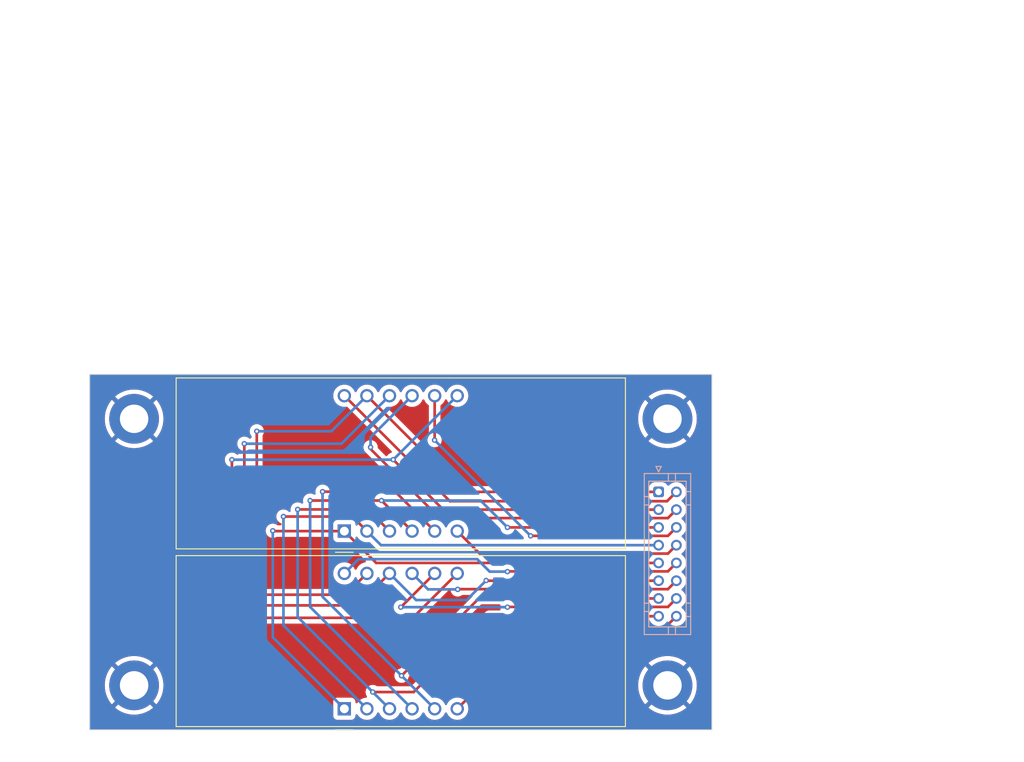
<source format=kicad_pcb>
(kicad_pcb (version 20221018) (generator pcbnew)
  (title_block (title "Dashboard Number Indicators") (date "2024-01-17") (rev "1") (company "Scott CJX"))
  (layers (0 "F.Cu" signal) (31 "B.Cu" signal) (34 "B.Paste" user) (35 "F.Paste" user) (36 "B.SilkS" user "B.Silkscreen") (37 "F.SilkS" user "F.Silkscreen") (38 "B.Mask" user) (39 "F.Mask" user) (44 "Edge.Cuts" user))
  (net 0 "")
  (net 1 "/LED_A")
  (net 2 "/LED_1")
  (net 3 "/LED_B")
  (net 4 "/LED_2")
  (net 5 "/LED_C")
  (net 6 "/LED_3")
  (net 7 "/LED_D")
  (net 8 "/LED_4")
  (net 9 "/LED_E")
  (net 10 "/LED_5")
  (net 11 "/LED_F")
  (net 12 "/LED_6")
  (net 13 "/LED_G")
  (net 14 "/LED_7")
  (net 15 "/LED_DP")
  (net 16 "/LED_8")
  (net 17 "GND")
  (footprint "MountingHole:MountingHole_3.2mm_M3_DIN965_Pad_TopBottom" (layer "F.Cu") (at 105 105)
    (fp_text reference "H101" hide)
    (fp_text value "MountingHole_Pad" hide)
    (pad "1" thru_hole circle (at 0 0) (size 3.6 3.6) (drill 3.2) (layers "*.Cu" "*.Mask") (net 17 "GND"))
    (pad "1" connect circle (at 0 0) (size 5.6 5.6) (layers "F.Cu" "F.Mask") (net 17 "GND"))
    (pad "1" connect circle (at 0 0) (size 5.6 5.6) (layers "B.Cu" "B.Mask") (net 17 "GND"))
  )
  (footprint "Display_7Segment:CA56-12EWA" (layer "F.Cu") (at 128.65 117.64 90)
    (fp_text reference "U101" hide)
    (fp_text value "CA56-12EWA")
    (fp_line (start -2.38 -1) (end -2.38 1) (stroke (width 0.12)) (layer "F.SilkS"))
    (fp_line (start -2 -18.92) (end -2 31.62) (stroke (width 0.12)) (layer "F.SilkS"))
    (fp_line (start -2 -18.92) (end 17.24 -18.92) (stroke (width 0.12)) (layer "F.SilkS"))
    (fp_line (start -2 31.62) (end 17.24 31.62) (stroke (width 0.12)) (layer "F.SilkS"))
    (fp_line (start 17.24 31.62) (end 17.24 -18.92) (stroke (width 0.12)) (layer "F.SilkS"))
    (pad "1" thru_hole rect (at 0 0 90) (size 1.5 1.5) (drill 1) (layers "*.Cu" "*.Mask") (net 9 "/LED_E"))
    (pad "2" thru_hole circle (at 0 2.54 90) (size 1.5 1.5) (drill 1) (layers "*.Cu" "*.Mask") (net 7 "/LED_D"))
    (pad "3" thru_hole circle (at 0 5.08 90) (size 1.5 1.5) (drill 1) (layers "*.Cu" "*.Mask") (net 15 "/LED_DP"))
    (pad "4" thru_hole circle (at 0 7.62 90) (size 1.5 1.5) (drill 1) (layers "*.Cu" "*.Mask") (net 5 "/LED_C"))
    (pad "5" thru_hole circle (at 0 10.16 90) (size 1.5 1.5) (drill 1) (layers "*.Cu" "*.Mask") (net 13 "/LED_G"))
    (pad "6" thru_hole circle (at 0 12.7 90) (size 1.5 1.5) (drill 1) (layers "*.Cu" "*.Mask") (net 8 "/LED_4"))
    (pad "7" thru_hole circle (at 15.24 12.7 90) (size 1.5 1.5) (drill 1) (layers "*.Cu" "*.Mask") (net 3 "/LED_B"))
    (pad "8" thru_hole circle (at 15.24 10.16 90) (size 1.5 1.5) (drill 1) (layers "*.Cu" "*.Mask") (net 6 "/LED_3"))
    (pad "9" thru_hole circle (at 15.24 7.62 90) (size 1.5 1.5) (drill 1) (layers "*.Cu" "*.Mask") (net 4 "/LED_2"))
    (pad "10" thru_hole circle (at 15.24 5.08 90) (size 1.5 1.5) (drill 1) (layers "*.Cu" "*.Mask") (net 11 "/LED_F"))
    (pad "11" thru_hole circle (at 15.24 2.54 90) (size 1.5 1.5) (drill 1) (layers "*.Cu" "*.Mask") (net 1 "/LED_A"))
    (pad "12" thru_hole circle (at 15.24 0 90) (size 1.5 1.5) (drill 1) (layers "*.Cu" "*.Mask") (net 2 "/LED_1"))
  )
  (footprint "MountingHole:MountingHole_3.2mm_M3_DIN965_Pad_TopBottom" (layer "F.Cu") (at 165 135)
    (fp_text reference "H104" hide)
    (fp_text value "MountingHole_Pad" hide)
    (pad "1" thru_hole circle (at 0 0) (size 3.6 3.6) (drill 3.2) (layers "*.Cu" "*.Mask") (net 17 "GND"))
    (pad "1" connect circle (at 0 0) (size 5.6 5.6) (layers "F.Cu" "F.Mask") (net 17 "GND"))
    (pad "1" connect circle (at 0 0) (size 5.6 5.6) (layers "B.Cu" "B.Mask") (net 17 "GND"))
  )
  (footprint "Display_7Segment:CA56-12EWA" (layer "F.Cu") (at 128.65 137.64 90)
    (fp_text reference "U102" hide)
    (fp_text value "CA56-12EWA")
    (fp_line (start -2.38 -1) (end -2.38 1) (stroke (width 0.12)) (layer "F.SilkS"))
    (fp_line (start -2 -18.92) (end -2 31.62) (stroke (width 0.12)) (layer "F.SilkS"))
    (fp_line (start -2 -18.92) (end 17.24 -18.92) (stroke (width 0.12)) (layer "F.SilkS"))
    (fp_line (start -2 31.62) (end 17.24 31.62) (stroke (width 0.12)) (layer "F.SilkS"))
    (fp_line (start 17.24 31.62) (end 17.24 -18.92) (stroke (width 0.12)) (layer "F.SilkS"))
    (pad "1" thru_hole rect (at 0 0 90) (size 1.5 1.5) (drill 1) (layers "*.Cu" "*.Mask") (net 9 "/LED_E"))
    (pad "2" thru_hole circle (at 0 2.54 90) (size 1.5 1.5) (drill 1) (layers "*.Cu" "*.Mask") (net 7 "/LED_D"))
    (pad "3" thru_hole circle (at 0 5.08 90) (size 1.5 1.5) (drill 1) (layers "*.Cu" "*.Mask") (net 15 "/LED_DP"))
    (pad "4" thru_hole circle (at 0 7.62 90) (size 1.5 1.5) (drill 1) (layers "*.Cu" "*.Mask") (net 5 "/LED_C"))
    (pad "5" thru_hole circle (at 0 10.16 90) (size 1.5 1.5) (drill 1) (layers "*.Cu" "*.Mask") (net 13 "/LED_G"))
    (pad "6" thru_hole circle (at 0 12.7 90) (size 1.5 1.5) (drill 1) (layers "*.Cu" "*.Mask") (net 16 "/LED_8"))
    (pad "7" thru_hole circle (at 15.24 12.7 90) (size 1.5 1.5) (drill 1) (layers "*.Cu" "*.Mask") (net 3 "/LED_B"))
    (pad "8" thru_hole circle (at 15.24 10.16 90) (size 1.5 1.5) (drill 1) (layers "*.Cu" "*.Mask") (net 14 "/LED_7"))
    (pad "9" thru_hole circle (at 15.24 7.62 90) (size 1.5 1.5) (drill 1) (layers "*.Cu" "*.Mask") (net 12 "/LED_6"))
    (pad "10" thru_hole circle (at 15.24 5.08 90) (size 1.5 1.5) (drill 1) (layers "*.Cu" "*.Mask") (net 11 "/LED_F"))
    (pad "11" thru_hole circle (at 15.24 2.54 90) (size 1.5 1.5) (drill 1) (layers "*.Cu" "*.Mask") (net 1 "/LED_A"))
    (pad "12" thru_hole circle (at 15.24 0 90) (size 1.5 1.5) (drill 1) (layers "*.Cu" "*.Mask") (net 10 "/LED_5"))
  )
  (footprint "MountingHole:MountingHole_3.2mm_M3_DIN965_Pad_TopBottom" (layer "F.Cu") (at 165 105)
    (fp_text reference "H102" hide)
    (fp_text value "MountingHole_Pad" hide)
    (pad "1" thru_hole circle (at 0 0) (size 3.6 3.6) (drill 3.2) (layers "*.Cu" "*.Mask") (net 17 "GND"))
    (pad "1" connect circle (at 0 0) (size 5.6 5.6) (layers "F.Cu" "F.Mask") (net 17 "GND"))
    (pad "1" connect circle (at 0 0) (size 5.6 5.6) (layers "B.Cu" "B.Mask") (net 17 "GND"))
  )
  (footprint "MountingHole:MountingHole_3.2mm_M3_DIN965_Pad_TopBottom" (layer "F.Cu") (at 105 135)
    (fp_text reference "H103" hide)
    (fp_text value "MountingHole_Pad" hide)
    (pad "1" thru_hole circle (at 0 0) (size 3.6 3.6) (drill 3.2) (layers "*.Cu" "*.Mask") (net 17 "GND"))
    (pad "1" connect circle (at 0 0) (size 5.6 5.6) (layers "F.Cu" "F.Mask") (net 17 "GND"))
    (pad "1" connect circle (at 0 0) (size 5.6 5.6) (layers "B.Cu" "B.Mask") (net 17 "GND"))
  )
  (footprint "Connector_JST:JST_PHD_B16B-PHDSS_2x08_P2.00mm_Vertical" (layer "B.Cu") (at 164 113.2225 -90)
    (fp_text reference "J101" hide)
    (fp_text value "Conn_02x08_Odd_Even")
    (fp_line (start -2.86 -0.3) (end -2.86 0.3) (stroke (width 0.12)) (layer "B.SilkS"))
    (fp_line (start -2.86 0.3) (end -2.26 0) (stroke (width 0.12)) (layer "B.SilkS"))
    (fp_line (start -2.26 0) (end -2.86 -0.3) (stroke (width 0.12)) (layer "B.SilkS"))
    (fp_line (start -2.06 -3.61) (end 16.06 -3.61) (stroke (width 0.12)) (layer "B.SilkS"))
    (fp_line (start -2.06 -1.9) (end -1.2 -1.9) (stroke (width 0.12)) (layer "B.SilkS"))
    (fp_line (start -2.06 -1.1) (end -1.2 -1.1) (stroke (width 0.12)) (layer "B.SilkS"))
    (fp_line (start -2.06 1.61) (end -2.06 -3.61) (stroke (width 0.12)) (layer "B.SilkS"))
    (fp_line (start -1.2 -3.1) (end 15.2 -3.1) (stroke (width 0.12)) (layer "B.SilkS"))
    (fp_line (start -1.2 1.1) (end -1.2 -3.1) (stroke (width 0.12)) (layer "B.SilkS"))
    (fp_line (start -0.03 -3.61) (end -0.03 -3.1) (stroke (width 0.12)) (layer "B.SilkS"))
    (fp_line (start 0.53 1.61) (end 0.53 1.1) (stroke (width 0.12)) (layer "B.SilkS"))
    (fp_line (start 1.47 -3.61) (end 1.47 -3.1) (stroke (width 0.12)) (layer "B.SilkS"))
    (fp_line (start 1.47 1.61) (end 1.47 1.1) (stroke (width 0.12)) (layer "B.SilkS"))
    (fp_line (start 12.53 -3.61) (end 12.53 -3.1) (stroke (width 0.12)) (layer "B.SilkS"))
    (fp_line (start 12.53 1.61) (end 12.53 1.1) (stroke (width 0.12)) (layer "B.SilkS"))
    (fp_line (start 13.47 1.61) (end 13.47 1.1) (stroke (width 0.12)) (layer "B.SilkS"))
    (fp_line (start 14.03 -3.61) (end 14.03 -3.1) (stroke (width 0.12)) (layer "B.SilkS"))
    (fp_line (start 15.2 -3.1) (end 15.2 1.1) (stroke (width 0.12)) (layer "B.SilkS"))
    (fp_line (start 15.2 1.1) (end -1.2 1.1) (stroke (width 0.12)) (layer "B.SilkS"))
    (fp_line (start 16.06 -3.61) (end 16.06 1.61) (stroke (width 0.12)) (layer "B.SilkS"))
    (fp_line (start 16.06 -1.9) (end 15.2 -1.9) (stroke (width 0.12)) (layer "B.SilkS"))
    (fp_line (start 16.06 -1.1) (end 15.2 -1.1) (stroke (width 0.12)) (layer "B.SilkS"))
    (fp_line (start 16.06 1.61) (end -2.06 1.61) (stroke (width 0.12)) (layer "B.SilkS"))
    (pad "1" thru_hole roundrect (at 0 0 270) (size 1.2 1.2) (drill 0.75) (layers "*.Cu" "*.Mask") (roundrect_rratio 0.2083333333) (net 1 "/LED_A"))
    (pad "2" thru_hole circle (at 0 -2 270) (size 1.2 1.2) (drill 0.75) (layers "*.Cu" "*.Mask") (net 2 "/LED_1"))
    (pad "3" thru_hole circle (at 2 0 270) (size 1.2 1.2) (drill 0.75) (layers "*.Cu" "*.Mask") (net 3 "/LED_B"))
    (pad "4" thru_hole circle (at 2 -2 270) (size 1.2 1.2) (drill 0.75) (layers "*.Cu" "*.Mask") (net 4 "/LED_2"))
    (pad "5" thru_hole circle (at 4 0 270) (size 1.2 1.2) (drill 0.75) (layers "*.Cu" "*.Mask") (net 5 "/LED_C"))
    (pad "6" thru_hole circle (at 4 -2 270) (size 1.2 1.2) (drill 0.75) (layers "*.Cu" "*.Mask") (net 6 "/LED_3"))
    (pad "7" thru_hole circle (at 6 0 270) (size 1.2 1.2) (drill 0.75) (layers "*.Cu" "*.Mask") (net 7 "/LED_D"))
    (pad "8" thru_hole circle (at 6 -2 270) (size 1.2 1.2) (drill 0.75) (layers "*.Cu" "*.Mask") (net 8 "/LED_4"))
    (pad "9" thru_hole circle (at 8 0 270) (size 1.2 1.2) (drill 0.75) (layers "*.Cu" "*.Mask") (net 9 "/LED_E"))
    (pad "10" thru_hole circle (at 8 -2 270) (size 1.2 1.2) (drill 0.75) (layers "*.Cu" "*.Mask") (net 10 "/LED_5"))
    (pad "11" thru_hole circle (at 10 0 270) (size 1.2 1.2) (drill 0.75) (layers "*.Cu" "*.Mask") (net 11 "/LED_F"))
    (pad "12" thru_hole circle (at 10 -2 270) (size 1.2 1.2) (drill 0.75) (layers "*.Cu" "*.Mask") (net 12 "/LED_6"))
    (pad "13" thru_hole circle (at 12 0 270) (size 1.2 1.2) (drill 0.75) (layers "*.Cu" "*.Mask") (net 13 "/LED_G"))
    (pad "14" thru_hole circle (at 12 -2 270) (size 1.2 1.2) (drill 0.75) (layers "*.Cu" "*.Mask") (net 14 "/LED_7"))
    (pad "15" thru_hole circle (at 14 0 270) (size 1.2 1.2) (drill 0.75) (layers "*.Cu" "*.Mask") (net 15 "/LED_DP"))
    (pad "16" thru_hole circle (at 14 -2 270) (size 1.2 1.2) (drill 0.75) (layers "*.Cu" "*.Mask") (net 16 "/LED_8"))
  )
  (gr_rect (start 100 100) (end 170 140) (stroke (width 0.1)) (fill none) (layer "Edge.Cuts"))
  (segment (start 119.4 124.8) (end 118.8 124.2) (width 0.3) (layer "F.Cu") (net 1))
  (segment (start 131.19 122.4) (end 128.79 124.8) (width 0.3) (layer "F.Cu") (net 1))
  (segment (start 128.79 124.8) (end 119.4 124.8) (width 0.3) (layer "F.Cu") (net 1))
  (segment (start 142.0125 113.2225) (end 131.19 102.4) (width 0.3) (layer "F.Cu") (net 1))
  (segment (start 118.8 124.2) (end 118.8 106.4) (width 0.3) (layer "F.Cu") (net 1))
  (segment (start 164 113.2225) (end 142.0125 113.2225) (width 0.3) (layer "F.Cu") (net 1))
  (via (at 118.8 106.4) (size 0.6) (drill 0.3) (layers "F.Cu" "B.Cu") (net 1))
  (segment (start 118.8 106.4) (end 127.19 106.4) (width 0.3) (layer "B.Cu") (net 1))
  (segment (start 127.19 106.4) (end 131.19 102.4) (width 0.3) (layer "B.Cu") (net 1))
  (segment (start 166 113.2225) (end 164.95 114.2725) (width 0.3) (layer "F.Cu") (net 2))
  (segment (start 140.5225 114.2725) (end 128.65 102.4) (width 0.3) (layer "F.Cu") (net 2))
  (segment (start 164.95 114.2725) (end 140.5225 114.2725) (width 0.3) (layer "F.Cu") (net 2))
  (segment (start 117.8 127.4) (end 116.6 126.2) (width 0.3) (layer "F.Cu") (net 3))
  (segment (start 116.6 126.2) (end 116 125.6) (width 0.3) (layer "F.Cu") (net 3))
  (segment (start 116 125.6) (end 116 124.4) (width 0.3) (layer "F.Cu") (net 3))
  (segment (start 136.35 127.4) (end 130.4 127.4) (width 0.3) (layer "F.Cu") (net 3))
  (segment (start 141.35 122.4) (end 136.35 127.4) (width 0.3) (layer "F.Cu") (net 3))
  (segment (start 139.7725 115.2225) (end 134.15 109.6) (width 0.3) (layer "F.Cu") (net 3))
  (segment (start 130.4 127.4) (end 117.8 127.4) (width 0.3) (layer "F.Cu") (net 3))
  (segment (start 164 115.2225) (end 139.7725 115.2225) (width 0.3) (layer "F.Cu") (net 3))
  (segment (start 116 124.4) (end 116 109.6) (width 0.3) (layer "F.Cu") (net 3))
  (via (at 116 109.6) (size 0.6) (drill 0.3) (layers "F.Cu" "B.Cu") (net 3))
  (via (at 134.15 109.6) (size 0.6) (drill 0.3) (layers "F.Cu" "B.Cu") (net 3))
  (segment (start 134.15 109.6) (end 141.35 102.4) (width 0.3) (layer "B.Cu") (net 3))
  (segment (start 116 109.6) (end 134.15 109.6) (width 0.3) (layer "B.Cu") (net 3))
  (segment (start 131.6 108.2) (end 131.6 108.4) (width 0.3) (layer "F.Cu") (net 4))
  (segment (start 139.3725 116.1725) (end 165.05 116.1725) (width 0.3) (layer "F.Cu") (net 4))
  (segment (start 131.6 108.4) (end 139.3725 116.1725) (width 0.3) (layer "F.Cu") (net 4))
  (segment (start 165.05 116.1725) (end 166 115.2225) (width 0.3) (layer "F.Cu") (net 4))
  (via (at 131.6 108.2) (size 0.6) (drill 0.3) (layers "F.Cu" "B.Cu") (net 4))
  (segment (start 131.6 108.2) (end 131.6 107.07) (width 0.3) (layer "B.Cu") (net 4))
  (segment (start 131.6 107.07) (end 136.27 102.4) (width 0.3) (layer "B.Cu") (net 4))
  (segment (start 147 117.2225) (end 164 117.2225) (width 0.3) (layer "F.Cu") (net 5))
  (segment (start 124.8 114.2) (end 132.83 114.2) (width 0.3) (layer "F.Cu") (net 5))
  (segment (start 132.83 114.2) (end 136.27 117.64) (width 0.3) (layer "F.Cu") (net 5))
  (via (at 147 117.2225) (size 0.6) (drill 0.3) (layers "F.Cu" "B.Cu") (net 5))
  (via (at 132.83 114.2) (size 0.6) (drill 0.3) (layers "F.Cu" "B.Cu") (net 5))
  (via (at 124.8 114.2) (size 0.6) (drill 0.3) (layers "F.Cu" "B.Cu") (net 5))
  (segment (start 124.8 114.2) (end 124.8 126.17) (width 0.3) (layer "B.Cu") (net 5))
  (segment (start 143.9775 114.2) (end 132.83 114.2) (width 0.3) (layer "B.Cu") (net 5))
  (segment (start 147 117.2225) (end 143.9775 114.2) (width 0.3) (layer "B.Cu") (net 5))
  (segment (start 124.8 126.17) (end 136.27 137.64) (width 0.3) (layer "B.Cu") (net 5))
  (segment (start 149.6 118.1725) (end 165.05 118.1725) (width 0.3) (layer "F.Cu") (net 6))
  (segment (start 165.05 118.1725) (end 166 117.2225) (width 0.3) (layer "F.Cu") (net 6))
  (segment (start 138.81 107.39) (end 138.81 102.4) (width 0.3) (layer "F.Cu") (net 6))
  (segment (start 138.8 107.4) (end 138.81 107.39) (width 0.3) (layer "F.Cu") (net 6))
  (via (at 149.6 118.1725) (size 0.6) (drill 0.3) (layers "F.Cu" "B.Cu") (net 6))
  (via (at 138.8 107.4) (size 0.6) (drill 0.3) (layers "F.Cu" "B.Cu") (net 6))
  (segment (start 149.6 118.1725) (end 146.0275 114.6) (width 0.3) (layer "B.Cu") (net 6))
  (segment (start 146 114.6) (end 138.8 107.4) (width 0.3) (layer "B.Cu") (net 6))
  (segment (start 146.0275 114.6) (end 146 114.6) (width 0.3) (layer "B.Cu") (net 6))
  (segment (start 129.55 116) (end 131.19 117.64) (width 0.3) (layer "F.Cu") (net 7))
  (segment (start 121.8 116) (end 129.55 116) (width 0.3) (layer "F.Cu") (net 7))
  (via (at 121.8 116) (size 0.6) (drill 0.3) (layers "F.Cu" "B.Cu") (net 7))
  (segment (start 132.7725 119.2225) (end 131.19 117.64) (width 0.3) (layer "B.Cu") (net 7))
  (segment (start 121.8 128.25) (end 131.19 137.64) (width 0.3) (layer "B.Cu") (net 7))
  (segment (start 121.8 116) (end 121.8 128.25) (width 0.3) (layer "B.Cu") (net 7))
  (segment (start 164 119.2225) (end 132.7725 119.2225) (width 0.3) (layer "B.Cu") (net 7))
  (segment (start 165.05 120.1725) (end 143.8825 120.1725) (width 0.3) (layer "F.Cu") (net 8))
  (segment (start 166 119.2225) (end 165.05 120.1725) (width 0.3) (layer "F.Cu") (net 8))
  (segment (start 143.8825 120.1725) (end 141.35 117.64) (width 0.3) (layer "F.Cu") (net 8))
  (segment (start 120.6 117.6) (end 120.64 117.64) (width 0.3) (layer "F.Cu") (net 9))
  (segment (start 132.2325 121.2225) (end 128.65 117.64) (width 0.3) (layer "F.Cu") (net 9))
  (segment (start 120.64 117.64) (end 128.65 117.64) (width 0.3) (layer "F.Cu") (net 9))
  (segment (start 164 121.2225) (end 132.2325 121.2225) (width 0.3) (layer "F.Cu") (net 9))
  (via (at 120.6 117.6) (size 0.6) (drill 0.3) (layers "F.Cu" "B.Cu") (net 9))
  (segment (start 120.6 117.6) (end 120.6 129.59) (width 0.3) (layer "B.Cu") (net 9))
  (segment (start 120.6 129.59) (end 128.65 137.64) (width 0.3) (layer "B.Cu") (net 9))
  (segment (start 154.1725 122.1725) (end 147.0275 122.1725) (width 0.3) (layer "F.Cu") (net 10))
  (segment (start 166 121.2225) (end 165.05 122.1725) (width 0.3) (layer "F.Cu") (net 10))
  (segment (start 147.0275 122.1725) (end 147 122.2) (width 0.3) (layer "F.Cu") (net 10))
  (segment (start 165.05 122.1725) (end 154.1725 122.1725) (width 0.3) (layer "F.Cu") (net 10))
  (via (at 147 122.2) (size 0.6) (drill 0.3) (layers "F.Cu" "B.Cu") (net 10))
  (segment (start 145 122.2) (end 143.6 120.8) (width 0.3) (layer "B.Cu") (net 10))
  (segment (start 147 122.2) (end 145 122.2) (width 0.3) (layer "B.Cu") (net 10))
  (segment (start 130.25 120.8) (end 128.65 122.4) (width 0.3) (layer "B.Cu") (net 10))
  (segment (start 143.6 120.8) (end 130.25 120.8) (width 0.3) (layer "B.Cu") (net 10))
  (segment (start 118.6 126) (end 117.4 124.8) (width 0.3) (layer "F.Cu") (net 11))
  (segment (start 130.13 126) (end 119 126) (width 0.3) (layer "F.Cu") (net 11))
  (segment (start 164 123.2225) (end 144.6225 123.2225) (width 0.3) (layer "F.Cu") (net 11))
  (segment (start 117.4 124.8) (end 117.4 107.8) (width 0.3) (layer "F.Cu") (net 11))
  (segment (start 133.73 122.4) (end 130.13 126) (width 0.3) (layer "F.Cu") (net 11))
  (segment (start 119 126) (end 118.6 126) (width 0.3) (layer "F.Cu") (net 11))
  (segment (start 144.6225 123.2225) (end 144.6 123.2) (width 0.3) (layer "F.Cu") (net 11))
  (via (at 144.6 123.2) (size 0.6) (drill 0.3) (layers "F.Cu" "B.Cu") (net 11))
  (via (at 117.4 107.8) (size 0.6) (drill 0.3) (layers "F.Cu" "B.Cu") (net 11))
  (segment (start 144.6 123.2) (end 142.4 125.4) (width 0.3) (layer "B.Cu") (net 11))
  (segment (start 142.4 125.4) (end 136.73 125.4) (width 0.3) (layer "B.Cu") (net 11))
  (segment (start 136.73 125.4) (end 133.73 122.4) (width 0.3) (layer "B.Cu") (net 11))
  (segment (start 128.33 107.8) (end 133.73 102.4) (width 0.3) (layer "B.Cu") (net 11))
  (segment (start 117.4 107.8) (end 128.33 107.8) (width 0.3) (layer "B.Cu") (net 11))
  (segment (start 141.4 124.2) (end 141.4275 124.1725) (width 0.3) (layer "F.Cu") (net 12))
  (segment (start 141.4275 124.1725) (end 165.05 124.1725) (width 0.3) (layer "F.Cu") (net 12))
  (segment (start 165.05 124.1725) (end 166 123.2225) (width 0.3) (layer "F.Cu") (net 12))
  (via (at 141.4 124.2) (size 0.6) (drill 0.3) (layers "F.Cu" "B.Cu") (net 12))
  (segment (start 136.27 122.4) (end 138.07 124.2) (width 0.3) (layer "B.Cu") (net 12))
  (segment (start 138.07 124.2) (end 141.4 124.2) (width 0.3) (layer "B.Cu") (net 12))
  (segment (start 126.2 113.2) (end 134.37 113.2) (width 0.3) (layer "F.Cu") (net 13))
  (segment (start 134.37 113.2) (end 138.81 117.64) (width 0.3) (layer "F.Cu") (net 13))
  (segment (start 143.7775 125.2225) (end 135.085 133.915) (width 0.3) (layer "F.Cu") (net 13))
  (segment (start 164 125.2225) (end 143.7775 125.2225) (width 0.3) (layer "F.Cu") (net 13))
  (via (at 135.085 133.915) (size 0.6) (drill 0.3) (layers "F.Cu" "B.Cu") (net 13))
  (via (at 126.2 113.2) (size 0.6) (drill 0.3) (layers "F.Cu" "B.Cu") (net 13))
  (segment (start 135.085 133.915) (end 126.2 125.03) (width 0.3) (layer "B.Cu") (net 13))
  (segment (start 126.2 125.03) (end 126.2 119.8) (width 0.3) (layer "B.Cu") (net 13))
  (segment (start 126.2 119.8) (end 126.2 113.2) (width 0.3) (layer "B.Cu") (net 13))
  (segment (start 138.81 137.64) (end 135.085 133.915) (width 0.3) (layer "B.Cu") (net 13))
  (segment (start 135.01 126.2) (end 135 126.2) (width 0.3) (layer "F.Cu") (net 14))
  (segment (start 138.81 122.4) (end 135.01 126.2) (width 0.3) (layer "F.Cu") (net 14))
  (segment (start 147.0275 126.1725) (end 165.05 126.1725) (width 0.3) (layer "F.Cu") (net 14))
  (segment (start 147 126.2) (end 147.0275 126.1725) (width 0.3) (layer "F.Cu") (net 14))
  (segment (start 165.05 126.1725) (end 166 125.2225) (width 0.3) (layer "F.Cu") (net 14))
  (via (at 147 126.2) (size 0.6) (drill 0.3) (layers "F.Cu" "B.Cu") (net 14))
  (via (at 135 126.2) (size 0.6) (drill 0.3) (layers "F.Cu" "B.Cu") (net 14))
  (segment (start 147 126.2) (end 135 126.2) (width 0.3) (layer "B.Cu") (net 14))
  (segment (start 164 127.2225) (end 144.9775 127.2225) (width 0.3) (layer "F.Cu") (net 15))
  (segment (start 144.9775 127.2225) (end 136.445 135.755) (width 0.3) (layer "F.Cu") (net 15))
  (segment (start 131.29 115.2) (end 133.73 117.64) (width 0.3) (layer "F.Cu") (net 15))
  (segment (start 136.445 135.755) (end 131.845 135.755) (width 0.3) (layer "F.Cu") (net 15))
  (segment (start 123.4 115.2) (end 131.29 115.2) (width 0.3) (layer "F.Cu") (net 15))
  (via (at 131.845 135.755) (size 0.6) (drill 0.3) (layers "F.Cu" "B.Cu") (net 15))
  (via (at 123.4 115.2) (size 0.6) (drill 0.3) (layers "F.Cu" "B.Cu") (net 15))
  (segment (start 123.4 127.31) (end 131.845 135.755) (width 0.3) (layer "B.Cu") (net 15))
  (segment (start 131.845 135.755) (end 133.73 137.64) (width 0.3) (layer "B.Cu") (net 15))
  (segment (start 123.4 115.2) (end 123.4 127.31) (width 0.3) (layer "B.Cu") (net 15))
  (segment (start 164.4225 128.8) (end 151 128.8) (width 0.3) (layer "F.Cu") (net 16))
  (segment (start 151 128.8) (end 150.19 128.8) (width 0.3) (layer "F.Cu") (net 16))
  (segment (start 150.19 128.8) (end 141.35 137.64) (width 0.3) (layer "F.Cu") (net 16))
  (segment (start 166 127.2225) (end 164.4225 128.8) (width 0.3) (layer "F.Cu") (net 16))
  (zone (net 17) (net_name "GND") (layers "F&B.Cu") (connect_pads (clearance 0.5)) (min_thickness 0.25) (fill yes (thermal_gap 0.5) (thermal_bridge_width 0.5))
    (polygon (pts (xy 99 99) (xy 99 141) (xy 171 141) (xy 171 99)))
  )
)
</source>
